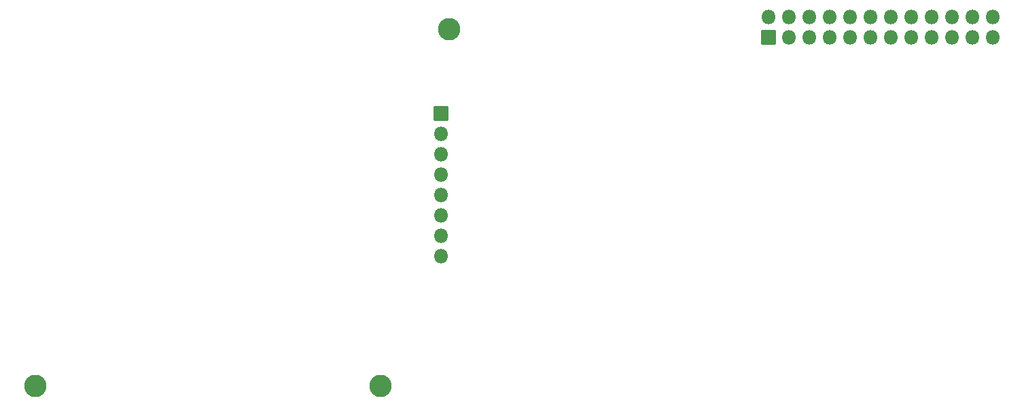
<source format=gts>
G04 #@! TF.GenerationSoftware,KiCad,Pcbnew,7.0.9-7.0.9~ubuntu20.04.1*
G04 #@! TF.CreationDate,2024-03-01T12:09:35-07:00*
G04 #@! TF.ProjectId,lcdandbuttonboard,6c636461-6e64-4627-9574-746f6e626f61,rev?*
G04 #@! TF.SameCoordinates,Original*
G04 #@! TF.FileFunction,Soldermask,Top*
G04 #@! TF.FilePolarity,Negative*
%FSLAX46Y46*%
G04 Gerber Fmt 4.6, Leading zero omitted, Abs format (unit mm)*
G04 Created by KiCad (PCBNEW 7.0.9-7.0.9~ubuntu20.04.1) date 2024-03-01 12:09:35*
%MOMM*%
%LPD*%
G01*
G04 APERTURE LIST*
G04 Aperture macros list*
%AMRoundRect*
0 Rectangle with rounded corners*
0 $1 Rounding radius*
0 $2 $3 $4 $5 $6 $7 $8 $9 X,Y pos of 4 corners*
0 Add a 4 corners polygon primitive as box body*
4,1,4,$2,$3,$4,$5,$6,$7,$8,$9,$2,$3,0*
0 Add four circle primitives for the rounded corners*
1,1,$1+$1,$2,$3*
1,1,$1+$1,$4,$5*
1,1,$1+$1,$6,$7*
1,1,$1+$1,$8,$9*
0 Add four rect primitives between the rounded corners*
20,1,$1+$1,$2,$3,$4,$5,0*
20,1,$1+$1,$4,$5,$6,$7,0*
20,1,$1+$1,$6,$7,$8,$9,0*
20,1,$1+$1,$8,$9,$2,$3,0*%
G04 Aperture macros list end*
%ADD10RoundRect,0.050000X-0.850000X-0.850000X0.850000X-0.850000X0.850000X0.850000X-0.850000X0.850000X0*%
%ADD11O,1.800000X1.800000*%
%ADD12C,2.800000*%
%ADD13RoundRect,0.050000X-0.850000X0.850000X-0.850000X-0.850000X0.850000X-0.850000X0.850000X0.850000X0*%
G04 APERTURE END LIST*
D10*
X141500000Y-64000000D03*
D11*
X141500000Y-66540000D03*
X141500000Y-69080000D03*
X141500000Y-71620000D03*
X141500000Y-74160000D03*
X141500000Y-76700000D03*
X141500000Y-79240000D03*
X141500000Y-81780000D03*
D12*
X142500000Y-53500000D03*
X134000000Y-98000000D03*
X91000000Y-98000000D03*
D13*
X182300000Y-54540000D03*
D11*
X182300000Y-52000000D03*
X184840000Y-54540000D03*
X184840000Y-52000000D03*
X187380000Y-54540000D03*
X187380000Y-52000000D03*
X189920000Y-54540000D03*
X189920000Y-52000000D03*
X192460000Y-54540000D03*
X192460000Y-52000000D03*
X195000000Y-54540000D03*
X195000000Y-52000000D03*
X197540000Y-54540000D03*
X197540000Y-52000000D03*
X200080000Y-54540000D03*
X200080000Y-52000000D03*
X202620000Y-54540000D03*
X202620000Y-52000000D03*
X205160000Y-54540000D03*
X205160000Y-52000000D03*
X207700000Y-54540000D03*
X207700000Y-52000000D03*
X210240000Y-54540000D03*
X210240000Y-52000000D03*
M02*

</source>
